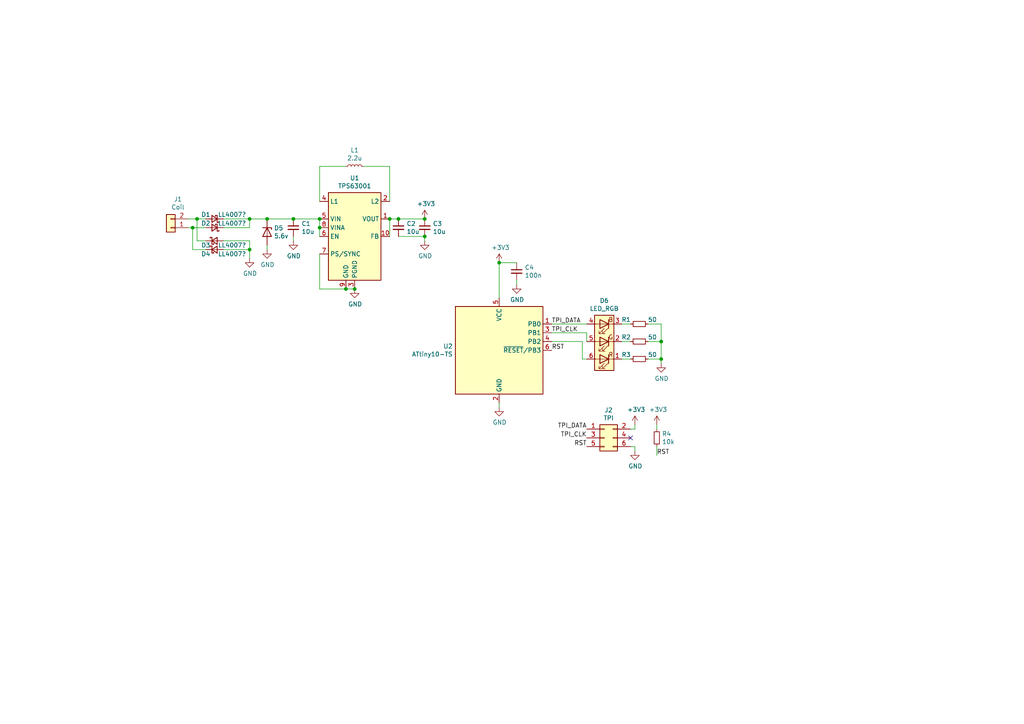
<source format=kicad_sch>
(kicad_sch (version 20231120) (generator "eeschema") (generator_version "8.0")
  (paper "A4")
  (lib_symbols
    (symbol "Connector_Generic:Conn_01x02" (pin_names (offset 1.016) hide)
      (property "Reference" "J" (at 0 2.54 0))
      (property "Value" "Conn_01x02" (at 0 -5.08 0))
      (symbol "Conn_01x02_1_1"
        (rectangle (start -1.27 -2.413) (end 0 -2.667) (stroke (width 0.1524)))
        (rectangle (start -1.27 0.127) (end 0 -0.127) (stroke (width 0.1524)))
        (rectangle (start -1.27 1.27) (end 1.27 -3.81) (stroke (width 0.254)) (fill (type background)))
        (pin passive line (at -5.08 0 0) (length 3.81) (name "Pin_1") (number "1"))
        (pin passive line (at -5.08 -2.54 0) (length 3.81) (name "Pin_2") (number "2"))
      )
    )
    (symbol "Connector_Generic:Conn_02x03_Odd_Even" (pin_names (offset 1.016) hide)
      (property "Reference" "J" (at 1.27 5.08 0))
      (property "Value" "Conn_02x03_Odd_Even" (at 1.27 -5.08 0))
      (symbol "Conn_02x03_Odd_Even_1_1"
        (rectangle (start -1.27 -2.413) (end 0 -2.667) (stroke (width 0.1524)))
        (rectangle (start -1.27 0.127) (end 0 -0.127) (stroke (width 0.1524)))
        (rectangle (start -1.27 2.667) (end 0 2.413) (stroke (width 0.1524)))
        (rectangle (start -1.27 3.81) (end 3.81 -3.81) (stroke (width 0.254)) (fill (type background)))
        (rectangle (start 3.81 -2.413) (end 2.54 -2.667) (stroke (width 0.1524)))
        (rectangle (start 3.81 0.127) (end 2.54 -0.127) (stroke (width 0.1524)))
        (rectangle (start 3.81 2.667) (end 2.54 2.413) (stroke (width 0.1524)))
        (pin passive line (at -5.08 2.54 0) (length 3.81) (name "Pin_1") (number "1"))
        (pin passive line (at 7.62 2.54 180) (length 3.81) (name "Pin_2") (number "2"))
        (pin passive line (at -5.08 0 0) (length 3.81) (name "Pin_3") (number "3"))
        (pin passive line (at 7.62 0 180) (length 3.81) (name "Pin_4") (number "4"))
        (pin passive line (at -5.08 -2.54 0) (length 3.81) (name "Pin_5") (number "5"))
        (pin passive line (at 7.62 -2.54 180) (length 3.81) (name "Pin_6") (number "6"))
      )
    )
    (symbol "Device:C_Small" (pin_numbers hide) (pin_names (offset 0.254) hide)
      (property "Reference" "C" (at 0.254 1.778 0))
      (property "Value" "C_Small" (at 0.254 -2.032 0))
      (symbol "C_Small_0_1"
        (polyline (pts (xy -1.524 -0.508) (xy 1.524 -0.508)) (stroke (width 0.3302)))
        (polyline (pts (xy -1.524 0.508) (xy 1.524 0.508)) (stroke (width 0.3048)))
      )
      (symbol "C_Small_1_1"
        (pin passive line (at 0 2.54 270) (length 2.032) (name "~") (number "1"))
        (pin passive line (at 0 -2.54 90) (length 2.032) (name "~") (number "2"))
      )
    )
    (symbol "Device:D_Schottky_Small" (pin_numbers hide) (pin_names (offset 0.254) hide)
      (property "Reference" "D" (at -1.27 2.032 0))
      (property "Value" "D_Schottky_Small" (at -7.112 -2.032 0))
      (symbol "D_Schottky_Small_0_1"
        (polyline (pts (xy -0.762 0) (xy 0.762 0)))
        (polyline (pts (xy 0.762 -1.016) (xy -0.762 0) (xy 0.762 1.016) (xy 0.762 -1.016)) (stroke (width 0.254)))
        (polyline (pts (xy -1.27 0.762) (xy -1.27 1.016) (xy -0.762 1.016) (xy -0.762 -1.016) (xy -0.254 -1.016) (xy -0.254 -0.762)) (stroke (width 0.254)))
      )
      (symbol "D_Schottky_Small_1_1"
        (pin passive line (at -2.54 0 0) (length 1.778) (name "K") (number "1"))
        (pin passive line (at 2.54 0 180) (length 1.778) (name "A") (number "2"))
      )
    )
    (symbol "Device:D_Zener" (pin_numbers hide) (pin_names (offset 1.016) hide)
      (property "Reference" "D" (at 0 2.54 0))
      (property "Value" "D_Zener" (at 0 -2.54 0))
      (symbol "D_Zener_0_1"
        (polyline (pts (xy 1.27 0) (xy -1.27 0)))
        (polyline (pts (xy -1.27 -1.27) (xy -1.27 1.27) (xy -0.762 1.27)) (stroke (width 0.254)))
        (polyline (pts (xy 1.27 -1.27) (xy 1.27 1.27) (xy -1.27 0) (xy 1.27 -1.27)) (stroke (width 0.254)))
      )
      (symbol "D_Zener_1_1"
        (pin passive line (at -3.81 0 0) (length 2.54) (name "K") (number "1"))
        (pin passive line (at 3.81 0 180) (length 2.54) (name "A") (number "2"))
      )
    )
    (symbol "Device:LED_RGB" (pin_names (offset 0) hide)
      (property "Reference" "D" (at 0 9.398 0))
      (property "Value" "LED_RGB" (at 0 -8.89 0))
      (symbol "LED_RGB_0_0"
        (text "B" (at -1.905 -6.35 0) (effects (font (size 1.27 1.27))))
        (text "G" (at -1.905 -1.27 0) (effects (font (size 1.27 1.27))))
        (text "R" (at -1.905 3.81 0) (effects (font (size 1.27 1.27))))
      )
      (symbol "LED_RGB_0_1"
        (polyline (pts (xy -1.27 -5.08) (xy -2.54 -5.08)))
        (polyline (pts (xy -1.27 -5.08) (xy 1.27 -5.08)))
        (polyline (pts (xy -1.27 -3.81) (xy -1.27 -6.35)) (stroke (width 0.254)))
        (polyline (pts (xy -1.27 0) (xy -2.54 0)))
        (polyline (pts (xy -1.27 1.27) (xy -1.27 -1.27)) (stroke (width 0.254)))
        (polyline (pts (xy -1.27 5.08) (xy -2.54 5.08)))
        (polyline (pts (xy -1.27 5.08) (xy 1.27 5.08)))
        (polyline (pts (xy -1.27 6.35) (xy -1.27 3.81)) (stroke (width 0.254)))
        (polyline (pts (xy 1.27 -5.08) (xy 2.54 -5.08)))
        (polyline (pts (xy 1.27 0) (xy -1.27 0)))
        (polyline (pts (xy 1.27 0) (xy 2.54 0)))
        (polyline (pts (xy 1.27 5.08) (xy 2.54 5.08)))
        (polyline (pts (xy -1.27 1.27) (xy -1.27 -1.27) (xy -1.27 -1.27)))
        (polyline (pts (xy -1.27 6.35) (xy -1.27 3.81) (xy -1.27 3.81)))
        (polyline (pts (xy 1.27 -3.81) (xy 1.27 -6.35) (xy -1.27 -5.08) (xy 1.27 -3.81)) (stroke (width 0.254)))
        (polyline (pts (xy 1.27 1.27) (xy 1.27 -1.27) (xy -1.27 0) (xy 1.27 1.27)) (stroke (width 0.254)))
        (polyline (pts (xy 1.27 6.35) (xy 1.27 3.81) (xy -1.27 5.08) (xy 1.27 6.35)) (stroke (width 0.254)))
        (polyline (pts (xy -1.016 -3.81) (xy 0.508 -2.286) (xy -0.254 -2.286) (xy 0.508 -2.286) (xy 0.508 -3.048)))
        (polyline (pts (xy -1.016 1.27) (xy 0.508 2.794) (xy -0.254 2.794) (xy 0.508 2.794) (xy 0.508 2.032)))
        (polyline (pts (xy -1.016 6.35) (xy 0.508 7.874) (xy -0.254 7.874) (xy 0.508 7.874) (xy 0.508 7.112)))
        (polyline (pts (xy 0 -3.81) (xy 1.524 -2.286) (xy 0.762 -2.286) (xy 1.524 -2.286) (xy 1.524 -3.048)))
        (polyline (pts (xy 0 1.27) (xy 1.524 2.794) (xy 0.762 2.794) (xy 1.524 2.794) (xy 1.524 2.032)))
        (polyline (pts (xy 0 6.35) (xy 1.524 7.874) (xy 0.762 7.874) (xy 1.524 7.874) (xy 1.524 7.112)))
        (rectangle (start 1.27 -1.27) (end 1.27 1.27))
        (rectangle (start 1.27 1.27) (end 1.27 1.27))
        (rectangle (start 1.27 3.81) (end 1.27 6.35))
        (rectangle (start 1.27 6.35) (end 1.27 6.35))
        (rectangle (start 2.794 8.382) (end -2.794 -7.62) (stroke (width 0.254)) (fill (type background)))
      )
      (symbol "LED_RGB_1_1"
        (pin passive line (at -5.08 5.08 0) (length 2.54) (name "RK") (number "1"))
        (pin passive line (at -5.08 0 0) (length 2.54) (name "GK") (number "2"))
        (pin passive line (at -5.08 -5.08 0) (length 2.54) (name "BK") (number "3"))
        (pin passive line (at 5.08 -5.08 180) (length 2.54) (name "BA") (number "4"))
        (pin passive line (at 5.08 0 180) (length 2.54) (name "GA") (number "5"))
        (pin passive line (at 5.08 5.08 180) (length 2.54) (name "RA") (number "6"))
      )
    )
    (symbol "Device:L_Small" (pin_numbers hide) (pin_names (offset 0.254) hide)
      (property "Reference" "L" (at 0.762 1.016 0))
      (property "Value" "L_Small" (at 0.762 -1.016 0))
      (symbol "L_Small_0_1"
        (arc (start 0 -2.032) (mid 0.5058 -1.524) (end 0 -1.016))
        (arc (start 0 -1.016) (mid 0.5058 -0.508) (end 0 0))
        (arc (start 0 0) (mid 0.5058 0.508) (end 0 1.016))
        (arc (start 0 1.016) (mid 0.5058 1.524) (end 0 2.032))
      )
      (symbol "L_Small_1_1"
        (pin passive line (at 0 2.54 270) (length 0.508) (name "~") (number "1"))
        (pin passive line (at 0 -2.54 90) (length 0.508) (name "~") (number "2"))
      )
    )
    (symbol "Device:R_Small" (pin_numbers hide) (pin_names (offset 0.254) hide)
      (property "Reference" "R" (at 0.762 0.508 0))
      (property "Value" "R_Small" (at 0.762 -1.016 0))
      (symbol "R_Small_0_1"
        (rectangle (start -0.762 1.778) (end 0.762 -1.778) (stroke (width 0.2032)))
      )
      (symbol "R_Small_1_1"
        (pin passive line (at 0 2.54 270) (length 0.762) (name "~") (number "1"))
        (pin passive line (at 0 -2.54 90) (length 0.762) (name "~") (number "2"))
      )
    )
    (symbol "MCU_Microchip_ATtiny:ATtiny10-TS"
      (property "Reference" "U" (at -12.7 13.97 0))
      (property "Value" "ATtiny10-TS" (at 2.54 -13.97 0))
      (symbol "ATtiny10-TS_0_1"
        (rectangle (start -12.7 -12.7) (end 12.7 12.7) (stroke (width 0.254)) (fill (type background)))
      )
      (symbol "ATtiny10-TS_1_1"
        (pin bidirectional line (at 15.24 7.62 180) (length 2.54) (name "PB0") (number "1"))
        (pin power_in line (at 0 -15.24 90) (length 2.54) (name "GND") (number "2"))
        (pin bidirectional line (at 15.24 5.08 180) (length 2.54) (name "PB1") (number "3"))
        (pin bidirectional line (at 15.24 2.54 180) (length 2.54) (name "PB2") (number "4"))
        (pin power_in line (at 0 15.24 270) (length 2.54) (name "VCC") (number "5"))
        (pin bidirectional line (at 15.24 0 180) (length 2.54) (name "~{RESET}/PB3") (number "6"))
      )
    )
    (symbol "Regulator_Switching:TPS63001"
      (property "Reference" "U" (at -7.62 13.97 0))
      (property "Value" "TPS63001" (at 5.08 13.97 0))
      (symbol "TPS63001_0_1"
        (rectangle (start -7.62 12.7) (end 7.62 -12.7) (stroke (width 0.254)) (fill (type background)))
      )
      (symbol "TPS63001_1_1"
        (pin power_out line (at 10.16 5.08 180) (length 2.54) (name "VOUT") (number "1"))
        (pin input line (at 10.16 0 180) (length 2.54) (name "FB") (number "10"))
        (pin passive line (at 0 -15.24 90) (length 2.54) hide (name "PGND") (number "11"))
        (pin input line (at 10.16 10.16 180) (length 2.54) (name "L2") (number "2"))
        (pin power_in line (at 0 -15.24 90) (length 2.54) (name "PGND") (number "3"))
        (pin input line (at -10.16 10.16 0) (length 2.54) (name "L1") (number "4"))
        (pin power_in line (at -10.16 5.08 0) (length 2.54) (name "VIN") (number "5"))
        (pin input line (at -10.16 0 0) (length 2.54) (name "EN") (number "6"))
        (pin input line (at -10.16 -5.08 0) (length 2.54) (name "PS/SYNC") (number "7"))
        (pin power_in line (at -10.16 2.54 0) (length 2.54) (name "VINA") (number "8"))
        (pin power_in line (at -2.54 -15.24 90) (length 2.54) (name "GND") (number "9"))
      )
    )
    (symbol "power:+3V3" (power) (pin_names (offset 0))
      (property "Value" "+3V3" (at 0 3.556 0))
      (symbol "+3V3_0_1"
        (polyline (pts (xy -0.762 1.27) (xy 0 2.54)))
        (polyline (pts (xy 0 0) (xy 0 2.54)))
        (polyline (pts (xy 0 2.54) (xy 0.762 1.27)))
      )
      (symbol "+3V3_1_1"
        (pin power_in line (at 0 0 90) (length 0) hide (name "+3V3") (number "1"))
      )
    )
    (symbol "power:GND" (power) (pin_names (offset 0))
      (property "Value" "GND" (at 0 -3.81 0))
      (symbol "GND_0_1"
        (polyline (pts (xy 0 0) (xy 0 -1.27) (xy 1.27 -1.27) (xy 0 -2.54) (xy -1.27 -1.27) (xy 0 -1.27)))
      )
      (symbol "GND_1_1"
        (pin power_in line (at 0 0 270) (length 0) hide (name "GND") (number "1"))
      )
    )
  )
  (junction (at 77.47 63.5))
  (junction (at 57.15 63.5))
  (junction (at 191.77 104.14))
  (junction (at 72.39 72.39))
  (junction (at 123.19 63.5))
  (junction (at 113.03 63.5))
  (junction (at 123.19 68.58))
  (junction (at 92.71 63.5))
  (junction (at 72.39 63.5))
  (junction (at 144.78 76.2))
  (junction (at 115.57 63.5))
  (junction (at 85.09 63.5))
  (junction (at 92.71 66.04))
  (junction (at 55.88 66.04))
  (junction (at 100.33 83.82))
  (junction (at 102.87 83.82))
  (junction (at 191.77 99.06))
  (no_connect (at 182.88 127))
  (wire (pts (xy 100.33 48.26) (xy 92.71 48.26)))
  (wire (pts (xy 59.69 69.85) (xy 57.15 69.85)))
  (wire (pts (xy 182.88 124.46) (xy 184.15 124.46)))
  (wire (pts (xy 113.03 48.26) (xy 113.03 58.42)))
  (wire (pts (xy 190.5 129.54) (xy 190.5 132.08)))
  (wire (pts (xy 160.02 96.52) (xy 170.18 96.52)))
  (wire (pts (xy 64.77 69.85) (xy 72.39 69.85)))
  (wire (pts (xy 55.88 66.04) (xy 54.61 66.04)))
  (wire (pts (xy 57.15 69.85) (xy 57.15 63.5)))
  (wire (pts (xy 144.78 76.2) (xy 144.78 86.36)))
  (wire (pts (xy 92.71 83.82) (xy 100.33 83.82)))
  (wire (pts (xy 113.03 68.58) (xy 113.03 63.5)))
  (wire (pts (xy 85.09 68.58) (xy 85.09 69.85)))
  (wire (pts (xy 92.71 73.66) (xy 92.71 83.82)))
  (wire (pts (xy 184.15 124.46) (xy 184.15 123.19)))
  (wire (pts (xy 115.57 63.5) (xy 123.19 63.5)))
  (wire (pts (xy 168.91 104.14) (xy 170.18 104.14)))
  (wire (pts (xy 187.96 93.98) (xy 191.77 93.98)))
  (wire (pts (xy 85.09 63.5) (xy 77.47 63.5)))
  (wire (pts (xy 59.69 66.04) (xy 55.88 66.04)))
  (wire (pts (xy 170.18 96.52) (xy 170.18 99.06)))
  (wire (pts (xy 59.69 72.39) (xy 55.88 72.39)))
  (wire (pts (xy 182.88 104.14) (xy 180.34 104.14)))
  (wire (pts (xy 72.39 72.39) (xy 72.39 74.93)))
  (wire (pts (xy 64.77 72.39) (xy 72.39 72.39)))
  (wire (pts (xy 191.77 104.14) (xy 191.77 105.41)))
  (wire (pts (xy 187.96 104.14) (xy 191.77 104.14)))
  (wire (pts (xy 149.86 82.55) (xy 149.86 81.28)))
  (wire (pts (xy 64.77 66.04) (xy 72.39 66.04)))
  (wire (pts (xy 191.77 99.06) (xy 191.77 104.14)))
  (wire (pts (xy 160.02 93.98) (xy 170.18 93.98)))
  (wire (pts (xy 115.57 68.58) (xy 123.19 68.58)))
  (wire (pts (xy 92.71 66.04) (xy 92.71 68.58)))
  (wire (pts (xy 92.71 48.26) (xy 92.71 58.42)))
  (wire (pts (xy 59.69 63.5) (xy 57.15 63.5)))
  (wire (pts (xy 190.5 123.19) (xy 190.5 124.46)))
  (wire (pts (xy 149.86 76.2) (xy 144.78 76.2)))
  (wire (pts (xy 72.39 63.5) (xy 64.77 63.5)))
  (wire (pts (xy 92.71 63.5) (xy 92.71 66.04)))
  (wire (pts (xy 184.15 129.54) (xy 184.15 130.81)))
  (wire (pts (xy 182.88 129.54) (xy 184.15 129.54)))
  (wire (pts (xy 144.78 118.11) (xy 144.78 116.84)))
  (wire (pts (xy 187.96 99.06) (xy 191.77 99.06)))
  (wire (pts (xy 72.39 66.04) (xy 72.39 63.5)))
  (wire (pts (xy 100.33 83.82) (xy 102.87 83.82)))
  (wire (pts (xy 92.71 63.5) (xy 85.09 63.5)))
  (wire (pts (xy 105.41 48.26) (xy 113.03 48.26)))
  (wire (pts (xy 168.91 99.06) (xy 168.91 104.14)))
  (wire (pts (xy 182.88 93.98) (xy 180.34 93.98)))
  (wire (pts (xy 77.47 72.39) (xy 77.47 71.12)))
  (wire (pts (xy 72.39 69.85) (xy 72.39 72.39)))
  (wire (pts (xy 77.47 63.5) (xy 72.39 63.5)))
  (wire (pts (xy 113.03 63.5) (xy 115.57 63.5)))
  (wire (pts (xy 57.15 63.5) (xy 54.61 63.5)))
  (wire (pts (xy 123.19 69.85) (xy 123.19 68.58)))
  (wire (pts (xy 180.34 99.06) (xy 182.88 99.06)))
  (wire (pts (xy 160.02 99.06) (xy 168.91 99.06)))
  (wire (pts (xy 191.77 93.98) (xy 191.77 99.06)))
  (wire (pts (xy 55.88 72.39) (xy 55.88 66.04)))
  (label "TPI_DATA" (at 170.18 124.46 180))
  (label "TPI_CLK" (at 160.02 96.52 0))
  (label "RST" (at 190.5 132.08 0))
  (label "TPI_DATA" (at 160.02 93.98 0))
  (label "RST" (at 170.18 129.54 180))
  (label "RST" (at 160.02 101.6 0))
  (label "TPI_CLK" (at 170.18 127 180))
  (symbol (lib_id "Regulator_Switching:TPS63001") (at 102.87 68.58 0) (unit 1)
    (property "Reference" "U1" (at 102.87 51.6382 0))
    (property "Value" "TPS63001" (at 102.87 53.9496 0))
    (property "Footprint" "Package_SON:Texas_DRC0010J_ThermalVias" (effects (hide yes)))
    (property "Datasheet" "http://www.ti.com/lit/ds/symlink/tps63000.pdf" (effects (hide yes)))
  )
  (symbol (lib_id "Device:L_Small") (at 102.87 48.26 90) (unit 1)
    (property "Reference" "L1" (at 102.87 43.561 90))
    (property "Value" "2.2u" (at 102.87 45.8724 90))
    (property "Footprint" "Inductor_SMD:L_Coilcraft_LPS4018" (effects (hide yes)))
  )
  (symbol (lib_id "Device:D_Schottky_Small") (at 62.23 63.5 180) (unit 1)
    (property "Reference" "D1" (at 59.69 62.23 0))
    (property "Value" "LL4007?" (at 67.31 62.23 0))
    (property "Footprint" "Diode_SMD:D_SMA" (effects (hide yes)))
  )
  (symbol (lib_id "Connector_Generic:Conn_01x02") (at 49.53 66.04 180) (unit 1)
    (property "Reference" "J1" (at 51.6128 57.785 0))
    (property "Value" "Coil" (at 51.6128 60.0964 0))
    (property "Footprint" "Connector_PinHeader_2.54mm:PinHeader_1x02_P2.54mm_Vertical" (effects (hide yes)))
  )
  (symbol (lib_id "Device:C_Small") (at 85.09 66.04 0) (unit 1)
    (property "Reference" "C1" (at 87.4268 64.8716 0) (effects (justify left)))
    (property "Value" "10u" (at 87.4268 67.183 0) (effects (justify left)))
    (property "Footprint" "Capacitor_SMD:C_0603_1608Metric" (effects (hide yes)))
  )
  (symbol (lib_id "power:GND") (at 102.87 83.82 0) (unit 1)
    (property "Reference" "#PWR0101" (effects (hide yes)))
    (property "Value" "GND" (at 102.997 88.2142 0))
  )
  (symbol (lib_id "Device:C_Small") (at 115.57 66.04 0) (unit 1)
    (property "Reference" "C2" (at 117.9068 64.8716 0) (effects (justify left)))
    (property "Value" "10u" (at 117.9068 67.183 0) (effects (justify left)))
    (property "Footprint" "Capacitor_SMD:C_0603_1608Metric" (effects (hide yes)))
  )
  (symbol (lib_id "Device:C_Small") (at 123.19 66.04 0) (unit 1)
    (property "Reference" "C3" (at 125.5268 64.8716 0) (effects (justify left)))
    (property "Value" "10u" (at 125.5268 67.183 0) (effects (justify left)))
    (property "Footprint" "Capacitor_SMD:C_0603_1608Metric" (effects (hide yes)))
  )
  (symbol (lib_id "power:GND") (at 85.09 69.85 0) (unit 1)
    (property "Reference" "#PWR0102" (effects (hide yes)))
    (property "Value" "GND" (at 85.217 74.2442 0))
  )
  (symbol (lib_id "power:GND") (at 123.19 69.85 0) (unit 1)
    (property "Reference" "#PWR0103" (effects (hide yes)))
    (property "Value" "GND" (at 123.317 74.2442 0))
  )
  (symbol (lib_id "power:+3V3") (at 123.19 63.5 0) (unit 1)
    (property "Reference" "#PWR0104" (effects (hide yes)))
    (property "Value" "+3V3" (at 123.571 59.1058 0))
  )
  (symbol (lib_id "Device:D_Schottky_Small") (at 62.23 66.04 180) (unit 1)
    (property "Reference" "D2" (at 59.69 64.77 0))
    (property "Value" "LL4007?" (at 67.31 64.77 0))
    (property "Footprint" "Diode_SMD:D_SMA" (effects (hide yes)))
  )
  (symbol (lib_id "Device:D_Schottky_Small") (at 62.23 69.85 0) (unit 1)
    (property "Reference" "D3" (at 59.69 71.12 0))
    (property "Value" "LL4007?" (at 67.31 71.12 0))
    (property "Footprint" "Diode_SMD:D_SMA" (effects (hide yes)))
  )
  (symbol (lib_id "Device:D_Schottky_Small") (at 62.23 72.39 0) (unit 1)
    (property "Reference" "D4" (at 59.69 73.66 0))
    (property "Value" "LL4007?" (at 67.31 73.66 0))
    (property "Footprint" "Diode_SMD:D_SMA" (effects (hide yes)))
  )
  (symbol (lib_id "power:GND") (at 72.39 74.93 0) (unit 1)
    (property "Reference" "#PWR0105" (effects (hide yes)))
    (property "Value" "GND" (at 72.517 79.3242 0))
  )
  (symbol (lib_id "Device:D_Zener") (at 77.47 67.31 270) (unit 1)
    (property "Reference" "D5" (at 79.4766 66.1416 90) (effects (justify left)))
    (property "Value" "5.6v" (at 79.4766 68.453 90) (effects (justify left)))
    (property "Footprint" "Diode_THT:D_DO-35_SOD27_P7.62mm_Horizontal" (effects (hide yes)))
  )
  (symbol (lib_id "power:GND") (at 77.47 72.39 0) (unit 1)
    (property "Reference" "#PWR0106" (effects (hide yes)))
    (property "Value" "GND" (at 77.597 76.7842 0))
  )
  (symbol (lib_id "MCU_Microchip_ATtiny:ATtiny10-TS") (at 144.78 101.6 0) (unit 1)
    (property "Reference" "U2" (at 131.318 100.4316 0) (effects (justify right)))
    (property "Value" "ATtiny10-TS" (at 131.318 102.743 0) (effects (justify right)))
    (property "Footprint" "Package_TO_SOT_SMD:SOT-23-6" (effects (hide yes)))
    (property "Datasheet" "http://ww1.microchip.com/downloads/en/DeviceDoc/Atmel-8127-AVR-8-bit-Microcontroller-ATtiny4-ATtiny5-ATtiny9-ATtiny10_Datasheet.pdf" (effects (hide yes)))
  )
  (symbol (lib_id "Device:C_Small") (at 149.86 78.74 0) (unit 1)
    (property "Reference" "C4" (at 152.1968 77.5716 0) (effects (justify left)))
    (property "Value" "100n" (at 152.1968 79.883 0) (effects (justify left)))
    (property "Footprint" "Capacitor_SMD:C_0603_1608Metric" (effects (hide yes)))
  )
  (symbol (lib_id "power:GND") (at 149.86 82.55 0) (unit 1)
    (property "Reference" "#PWR0107" (effects (hide yes)))
    (property "Value" "GND" (at 149.987 86.9442 0))
  )
  (symbol (lib_id "power:+3V3") (at 144.78 76.2 0) (unit 1)
    (property "Reference" "#PWR0108" (effects (hide yes)))
    (property "Value" "+3V3" (at 145.161 71.8058 0))
  )
  (symbol (lib_id "power:GND") (at 144.78 118.11 0) (unit 1)
    (property "Reference" "#PWR0109" (effects (hide yes)))
    (property "Value" "GND" (at 144.907 122.5042 0))
  )
  (symbol (lib_id "Device:LED_RGB") (at 175.26 99.06 180) (unit 1)
    (property "Reference" "D6" (at 175.26 87.1982 0))
    (property "Value" "LED_RGB" (at 175.26 89.5096 0))
    (property "Footprint" "LED_SMD:LED_RGB_5050-6" (effects (hide yes)))
  )
  (symbol (lib_id "Device:R_Small") (at 185.42 93.98 270) (unit 1)
    (property "Reference" "R1" (at 181.61 92.71 90))
    (property "Value" "50" (at 189.23 92.71 90))
    (property "Footprint" "Resistor_SMD:R_0603_1608Metric" (effects (hide yes)))
  )
  (symbol (lib_id "Device:R_Small") (at 185.42 99.06 270) (unit 1)
    (property "Reference" "R2" (at 181.61 97.79 90))
    (property "Value" "50" (at 189.23 97.79 90))
    (property "Footprint" "Resistor_SMD:R_0603_1608Metric" (effects (hide yes)))
  )
  (symbol (lib_id "Device:R_Small") (at 185.42 104.14 270) (unit 1)
    (property "Reference" "R3" (at 181.61 102.87 90))
    (property "Value" "50" (at 189.23 102.87 90))
    (property "Footprint" "Resistor_SMD:R_0603_1608Metric" (effects (hide yes)))
  )
  (symbol (lib_id "power:GND") (at 191.77 105.41 0) (unit 1)
    (property "Reference" "#PWR0110" (effects (hide yes)))
    (property "Value" "GND" (at 191.897 109.8042 0))
  )
  (symbol (lib_id "Connector_Generic:Conn_02x03_Odd_Even") (at 175.26 127 0) (unit 1)
    (property "Reference" "J2" (at 176.53 118.9482 0))
    (property "Value" "TPI" (at 176.53 121.2596 0))
    (property "Footprint" "Connector:Tag-Connect_TC2030-IDC-NL_2x03_P1.27mm_Vertical" (effects (hide yes)))
  )
  (symbol (lib_id "power:+3V3") (at 184.15 123.19 0) (unit 1)
    (property "Reference" "#PWR0111" (effects (hide yes)))
    (property "Value" "+3V3" (at 184.531 118.7958 0))
  )
  (symbol (lib_id "power:GND") (at 184.15 130.81 0) (unit 1)
    (property "Reference" "#PWR0112" (effects (hide yes)))
    (property "Value" "GND" (at 184.277 135.2042 0))
  )
  (symbol (lib_id "Device:R_Small") (at 190.5 127 0) (unit 1)
    (property "Reference" "R4" (at 191.9986 125.8316 0) (effects (justify left)))
    (property "Value" "10k" (at 191.9986 128.143 0) (effects (justify left)))
    (property "Footprint" "Resistor_SMD:R_0603_1608Metric" (effects (hide yes)))
  )
  (symbol (lib_id "power:+3V3") (at 190.5 123.19 0) (unit 1)
    (property "Reference" "#PWR0113" (effects (hide yes)))
    (property "Value" "+3V3" (at 190.881 118.7958 0))
  )
)
</source>
